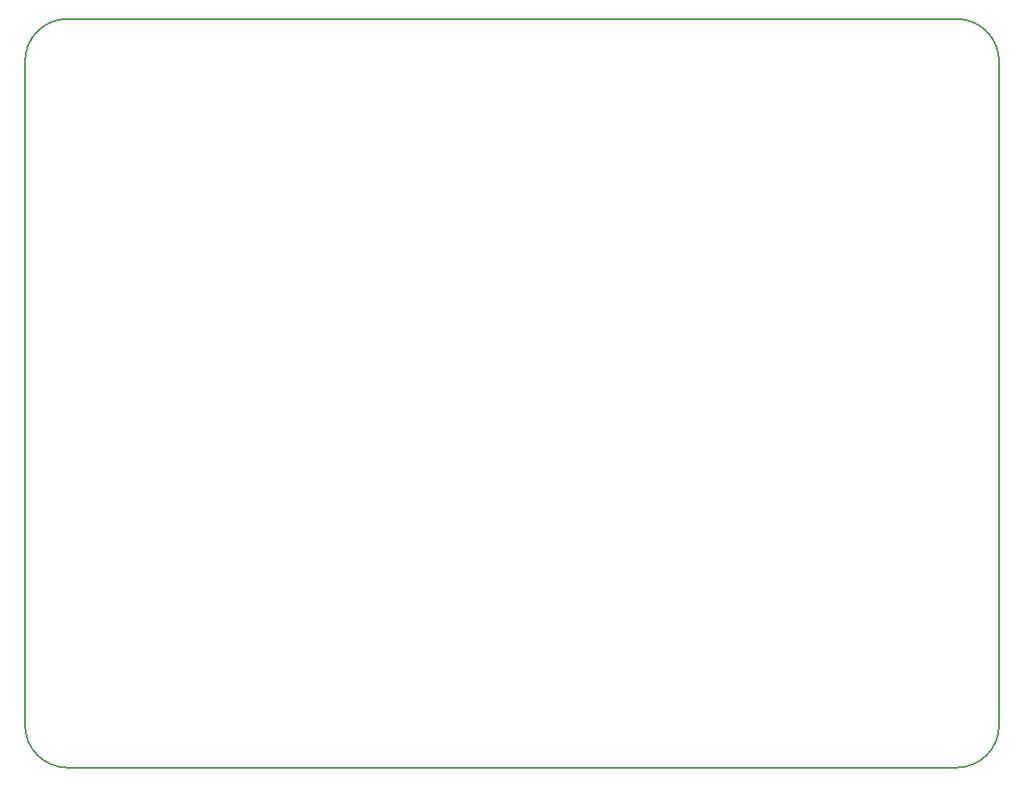
<source format=gm1>
G04*
G04 #@! TF.GenerationSoftware,Altium Limited,Altium Designer,19.1.8 (144)*
G04*
G04 Layer_Color=16711935*
%FSLAX25Y25*%
%MOIN*%
G70*
G01*
G75*
%ADD51C,0.00500*%
D51*
X117000Y400000D02*
G03*
X100000Y383000I0J-17000D01*
G01*
X490000D02*
G03*
X473000Y400000I-17000J0D01*
G01*
Y100000D02*
G03*
X490000Y117000I0J17000D01*
G01*
X100000D02*
G03*
X117000Y100000I17000J0D01*
G01*
X100000Y117000D02*
Y383000D01*
X117000Y400000D02*
X473000D01*
X490000Y117000D02*
Y383000D01*
X117000Y100000D02*
X473000D01*
M02*

</source>
